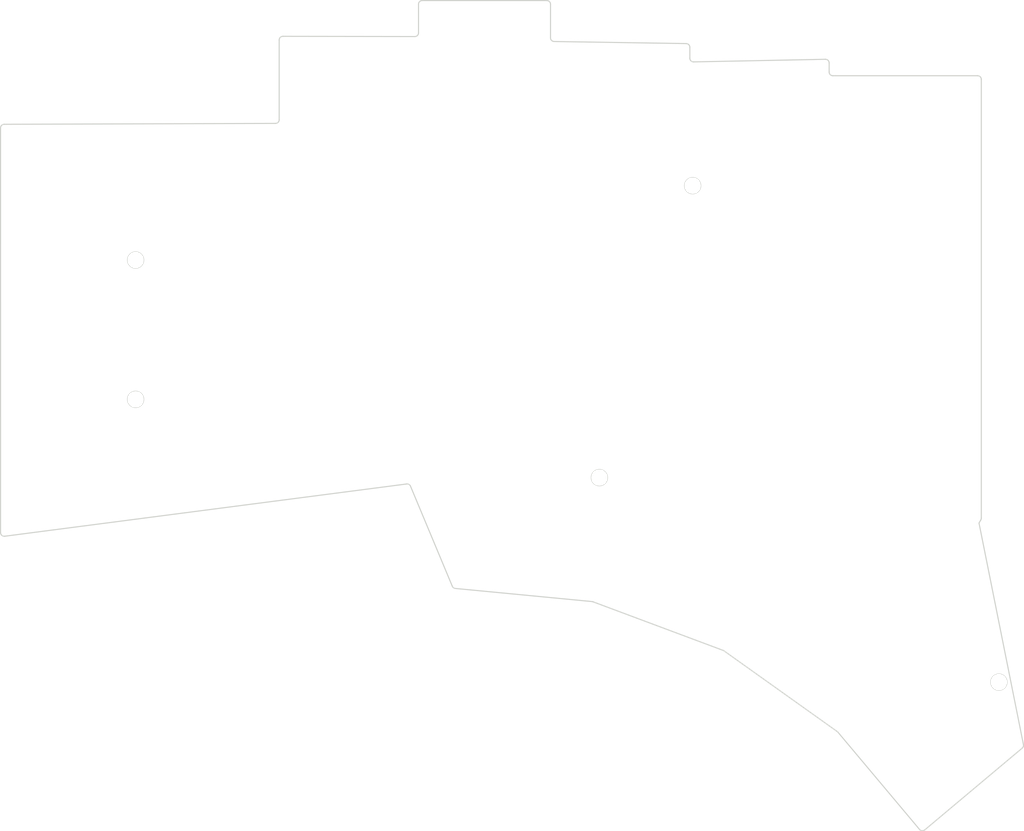
<source format=kicad_pcb>

            
(kicad_pcb (version 20171130) (host pcbnew 5.1.6)

  (page A3)
  (title_block
    (title backplate)
    (rev 0.2)
    (company guidoism)
  )

  (general
    (thickness 1.6)
  )

  (layers
    (0 F.Cu signal)
    (31 B.Cu signal)
    (32 B.Adhes user)
    (33 F.Adhes user)
    (34 B.Paste user)
    (35 F.Paste user)
    (36 B.SilkS user)
    (37 F.SilkS user)
    (38 B.Mask user)
    (39 F.Mask user)
    (40 Dwgs.User user)
    (41 Cmts.User user)
    (42 Eco1.User user)
    (43 Eco2.User user)
    (44 Edge.Cuts user)
    (45 Margin user)
    (46 B.CrtYd user)
    (47 F.CrtYd user)
    (48 B.Fab user)
    (49 F.Fab user)
  )

  (setup
    (last_trace_width 0.25)
    (trace_clearance 0.2)
    (zone_clearance 0.508)
    (zone_45_only no)
    (trace_min 0.2)
    (via_size 0.8)
    (via_drill 0.4)
    (via_min_size 0.4)
    (via_min_drill 0.3)
    (uvia_size 0.3)
    (uvia_drill 0.1)
    (uvias_allowed no)
    (uvia_min_size 0.2)
    (uvia_min_drill 0.1)
    (edge_width 0.05)
    (segment_width 0.2)
    (pcb_text_width 0.3)
    (pcb_text_size 1.5 1.5)
    (mod_edge_width 0.12)
    (mod_text_size 1 1)
    (mod_text_width 0.15)
    (pad_size 1.524 1.524)
    (pad_drill 0.762)
    (pad_to_mask_clearance 0.05)
    (aux_axis_origin 0 0)
    (visible_elements FFFFFF7F)
    (pcbplotparams
      (layerselection 0x010fc_ffffffff)
      (usegerberextensions false)
      (usegerberattributes true)
      (usegerberadvancedattributes true)
      (creategerberjobfile true)
      (excludeedgelayer true)
      (linewidth 0.100000)
      (plotframeref false)
      (viasonmask false)
      (mode 1)
      (useauxorigin false)
      (hpglpennumber 1)
      (hpglpenspeed 20)
      (hpglpendiameter 15.000000)
      (psnegative false)
      (psa4output false)
      (plotreference true)
      (plotvalue true)
      (plotinvisibletext false)
      (padsonsilk false)
      (subtractmaskfromsilk false)
      (outputformat 1)
      (mirror false)
      (drillshape 1)
      (scaleselection 1)
      (outputdirectory ""))
  )

            (net 0 "")
            
  (net_class Default "This is the default net class."
    (clearance 0.2)
    (trace_width 0.25)
    (via_dia 0.8)
    (via_drill 0.4)
    (uvia_dia 0.3)
    (uvia_drill 0.1)
    (add_net "")
  )

            
  (module "ceoloide:mounting_hole_npth" (layer F.Cu) (tedit 5F1B9159)
      (at 109.5 71.5 0)
      (fp_text reference "MH1" (at 0 2.55 0) (layer F.SilkS) hide (effects (font (size 1 1) (thickness 0.15))))
      (pad "" np_thru_hole circle (at 0 0 0) (size 2.2 2.2) (drill 2.2) (layers *.Cu *.Mask))
  )
  

  (module "ceoloide:mounting_hole_npth" (layer F.Cu) (tedit 5F1B9159)
      (at 109.5 90.5 0)
      (fp_text reference "MH2" (at 0 2.55 0) (layer F.SilkS) hide (effects (font (size 1 1) (thickness 0.15))))
      (pad "" np_thru_hole circle (at 0 0 0) (size 2.2 2.2) (drill 2.2) (layers *.Cu *.Mask))
  )
  

  (module "ceoloide:mounting_hole_npth" (layer F.Cu) (tedit 5F1B9159)
      (at 185.468 61.361000000000004 0)
      (fp_text reference "MH3" (at 0 2.55 0) (layer F.SilkS) hide (effects (font (size 1 1) (thickness 0.15))))
      (pad "" np_thru_hole circle (at 0 0 0) (size 2.2 2.2) (drill 2.2) (layers *.Cu *.Mask))
  )
  

  (module "ceoloide:mounting_hole_npth" (layer F.Cu) (tedit 5F1B9159)
      (at 172.7442902 101.1746489 -20)
      (fp_text reference "MH4" (at 0 2.55 -20) (layer F.SilkS) hide (effects (font (size 1 1) (thickness 0.15))))
      (pad "" np_thru_hole circle (at 0 0 -20) (size 2.2 2.2) (drill 2.2) (layers *.Cu *.Mask))
  )
  

  (module "ceoloide:mounting_hole_npth" (layer F.Cu) (tedit 5F1B9159)
      (at 227.2307082 129.0614476 -50)
      (fp_text reference "MH5" (at 0 2.55 -50) (layer F.SilkS) hide (effects (font (size 1 1) (thickness 0.15))))
      (pad "" np_thru_hole circle (at 0 0 -50) (size 2.2 2.2) (drill 2.2) (layers *.Cu *.Mask))
  )
  
            (gr_line (start 91.08197976172086 108.67079839948565) (end 91.08001772002542 53.48837571544573) (angle 90) (layer Edge.Cuts) (width 0.15))
(gr_line (start 91.57837297002594 52.98836061523018) (end 128.58164474999947 52.86663932648027) (angle 90) (layer Edge.Cuts) (width 0.15))
(gr_line (start 129.08 52.36664202664474) (end 129.08 41.49092194939474) (angle 90) (layer Edge.Cuts) (width 0.15))
(gr_line (start 129.58092105009231 40.990922749302804) (end 147.57907894990774 41.0240772506972) (angle 90) (layer Edge.Cuts) (width 0.15))
(gr_line (start 148.08 40.52407805060526) (end 148.08 36.613) (angle 90) (layer Edge.Cuts) (width 0.15))
(gr_line (start 148.58 36.113) (end 165.582 36.113) (angle 90) (layer Edge.Cuts) (width 0.15))
(gr_line (start 166.082 36.613) (end 166.082 41.197832397894736) (angle 90) (layer Edge.Cuts) (width 0.15))
(gr_line (start 166.57410624998755 41.69777009868401) (end 184.5898937500125 41.98222990131599) (angle 90) (layer Edge.Cuts) (width 0.15))
(gr_line (start 185.082 42.482167602105264) (end 185.082 43.97803424539474) (angle 90) (layer Edge.Cuts) (width 0.15))
(gr_line (start 185.5918664990136 44.477936845414206) (end 203.5723598505811 44.123058687159585) (angle 90) (layer Edge.Cuts) (width 0.15))
(gr_line (start 204.08222634959463 44.62273928715149) (end 204.08277807371226 45.86522199999308) (angle 90) (layer Edge.Cuts) (width 0.15))
(gr_line (start 224.518 107.371596) (end 230.57788045934674 137.5834997388322) (angle 90) (layer Edge.Cuts) (width 0.15))
(gr_line (start 230.40903856128045 138.06485304847308) (end 217.11551321531311 149.21944520216027) (angle 90) (layer Edge.Cuts) (width 0.15))
(gr_line (start 216.41109721531305 149.1578168021602) (end 205.28039649130588 135.89276421578668) (angle 90) (layer Edge.Cuts) (width 0.15))
(gr_line (start 205.18757259130587 135.8069910157867) (end 189.74612938848182 124.80148031587586) (angle 90) (layer Edge.Cuts) (width 0.15))
(gr_line (start 189.63085852821447 124.74024539336865) (end 171.86912299203115 118.1070207768466) (angle 90) (layer Edge.Cuts) (width 0.15))
(gr_line (start 171.7419311522985 118.07770659935377) (end 153.10122089374389 116.28988889226467) (angle 90) (layer Edge.Cuts) (width 0.15))
(gr_line (start 152.68761000117576 115.98494061005124) (end 146.98719931330143 102.3422884814616) (angle 90) (layer Edge.Cuts) (width 0.15))
(gr_line (start 146.46138242712658 102.03923019841694) (end 91.64645015532764 109.16660669991525) (angle 90) (layer Edge.Cuts) (width 0.15))
(gr_line (start 204.58277807371223 46.365) (end 224.333 46.365) (angle 90) (layer Edge.Cuts) (width 0.15))
(gr_line (start 224.833 46.865) (end 224.833 106.69202540612952) (angle 90) (layer Edge.Cuts) (width 0.15))
(gr_line (start 224.76601270000006 106.9420254061294) (end 224.518 107.371596) (angle 90) (layer Edge.Cuts) (width 0.15))
(gr_arc (start 91.58001772002542 53.48835791507736) (end 91.57837302002542 52.98836061507736) (angle -89.81356496730928) (layer Edge.Cuts) (width 0.15))
(gr_arc (start 128.58 52.36664202664474) (end 128.58164470000003 52.86663932664474) (angle -89.81152519534635) (layer Edge.Cuts) (width 0.15))
(gr_arc (start 129.58 41.49092194939474) (end 129.5809211 40.99092274939474) (angle -90.10554461548729) (layer Edge.Cuts) (width 0.15))
(gr_arc (start 147.58 40.52407805060526) (end 147.5790789 41.02407725060526) (angle -90.10554461548406) (layer Edge.Cuts) (width 0.15))
(gr_arc (start 148.58 36.613) (end 148.58 36.113) (angle -90) (layer Edge.Cuts) (width 0.15))
(gr_arc (start 165.582 36.613) (end 166.082 36.613) (angle -90) (layer Edge.Cuts) (width 0.15))
(gr_arc (start 166.582 41.197832397894736) (end 166.082 41.197832397894736) (angle -89.09540532809257) (layer Edge.Cuts) (width 0.15))
(gr_arc (start 184.582 42.482167602105264) (end 185.082 42.482167602105264) (angle -89.09540532808602) (layer Edge.Cuts) (width 0.15))
(gr_arc (start 185.582 43.97803424539474) (end 185.082 43.97803424539474) (angle -91.13069098893317) (layer Edge.Cuts) (width 0.15))
(gr_arc (start 203.58222634959463 44.62296128717905) (end 204.08222634959463 44.62273928717905) (angle -91.1052516613328) (layer Edge.Cuts) (width 0.15))
(gr_arc (start 204.58277807371223 45.86499999999069) (end 204.08277807371223 45.86522199999069) (angle -89.97456067529339) (layer Edge.Cuts) (width 0.15))
(gr_arc (start 224.333 46.865) (end 224.833 46.865) (angle -90) (layer Edge.Cuts) (width 0.15))
(gr_arc (start 224.333 106.69202540612952) (end 224.7660127 106.94202540612952) (angle -30.000000108401252) (layer Edge.Cuts) (width 0.15))
(gr_arc (start 230.0876447612805 137.68183084847306) (end 230.4090385612805 138.06485304847305) (angle -61.34183996214843) (layer Edge.Cuts) (width 0.15))
(gr_arc (start 216.7941194153131 148.83642300216025) (end 216.4110972153131 149.15781680216026) (angle -90.00000000000713) (layer Edge.Cuts) (width 0.15))
(gr_arc (start 204.8973742913059 136.21415801578672) (end 205.2803964913059 135.8927642157867) (angle -14.521558200128908) (layer Edge.Cuts) (width 0.15))
(gr_arc (start 189.45593108848183 125.20864731587585) (end 189.74612938848182 124.80148031587585) (angle -15.00000020686845) (layer Edge.Cuts) (width 0.15))
(gr_arc (start 171.69419555229848 118.5754226993538) (end 171.86912305229848 118.1070206993538) (angle -14.999999615247646) (layer Edge.Cuts) (width 0.15))
(gr_arc (start 153.14895649374387 115.79217279226467) (end 152.68760999374388 115.98494059226466) (angle -61.844562839672676) (layer Edge.Cuts) (width 0.15))
(gr_arc (start 146.52585282073335 102.5350562992482) (end 146.98719932073334 102.3422884992482) (angle -74.73139309956962) (layer Edge.Cuts) (width 0.15))
(gr_arc (start 91.58197976172086 108.67078059908397) (end 91.08197976172086 108.67079839908396) (angle -97.40634966924628) (layer Edge.Cuts) (width 0.15))
(gr_circle (center 109.5 71.5) (end 110.6 71.5) (layer Edge.Cuts) (width 0.15))
(gr_circle (center 109.5 90.5) (end 110.6 90.5) (layer Edge.Cuts) (width 0.15))
(gr_circle (center 185.468 61.361000000000004) (end 186.56799999999998 61.361000000000004) (layer Edge.Cuts) (width 0.15))
(gr_circle (center 172.7442902 101.1746489) (end 173.8442902 101.1746489) (layer Edge.Cuts) (width 0.15))
(gr_circle (center 227.2307082 129.0614476) (end 228.3307082 129.0614476) (layer Edge.Cuts) (width 0.15))
            
)

        
</source>
